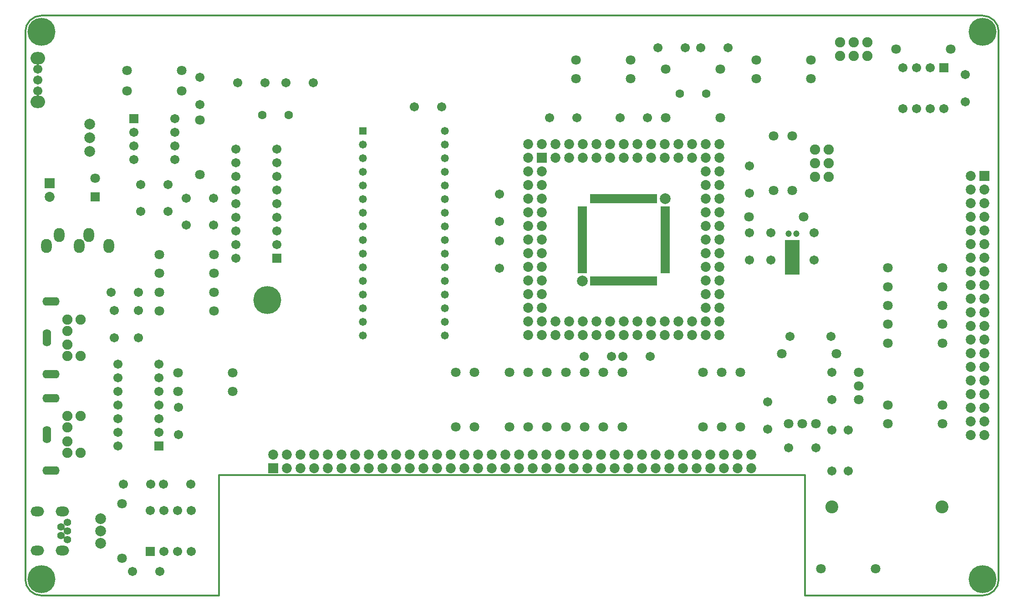
<source format=gts>
G04 Layer_Color=8388736*
%FSLAX44Y44*%
%MOMM*%
G71*
G01*
G75*
%ADD21C,0.3500*%
%ADD56R,2.7032X6.4032*%
%ADD57R,1.7032X0.5032*%
%ADD58R,0.5032X1.7032*%
%ADD59C,2.0000*%
%ADD60C,1.8032*%
%ADD61C,5.2032*%
%ADD62C,2.0032*%
%ADD63C,1.7032*%
%ADD64R,1.7032X1.7032*%
%ADD65C,1.7032*%
%ADD66C,2.4032*%
%ADD67C,1.2032*%
%ADD68C,1.9032*%
%ADD69C,1.6032*%
%ADD70R,1.4732X1.4732*%
%ADD71C,1.4732*%
%ADD72O,2.7032X2.3032*%
%ADD73C,1.4032*%
%ADD74O,2.5032X1.8032*%
%ADD75O,1.6032X3.2032*%
%ADD76O,3.2032X1.6032*%
%ADD77R,1.7032X1.7032*%
%ADD78R,1.8542X1.8542*%
%ADD79C,1.8542*%
%ADD80R,1.8542X1.8542*%
%ADD81O,2.0032X2.6032*%
%ADD82R,1.8032X1.8032*%
D21*
X30002Y-0D02*
G03*
X2Y-30000I0J-30000D01*
G01*
X1810000Y-30002D02*
G03*
X1780000Y-2I-30000J0D01*
G01*
X1779998Y-1080001D02*
G03*
X1809998Y-1050001I0J30000D01*
G01*
X0Y-1049999D02*
G03*
X30000Y-1079999I30000J0D01*
G01*
X30001Y0D02*
X1780000D01*
X1810000Y-1050001D02*
Y-30002D01*
X-0Y-1049999D02*
Y-30000D01*
X360000Y-1079999D02*
Y-855400D01*
X1450000D01*
Y-1080000D02*
Y-855400D01*
X30000Y-1079999D02*
X360000D01*
X1450001Y-1080001D02*
X1779998D01*
D56*
X1426499Y-450001D02*
D03*
D57*
X1035500Y-357500D02*
D03*
Y-362500D02*
D03*
Y-367500D02*
D03*
Y-372500D02*
D03*
Y-377500D02*
D03*
Y-382500D02*
D03*
Y-387500D02*
D03*
Y-392500D02*
D03*
Y-397500D02*
D03*
Y-402500D02*
D03*
Y-407500D02*
D03*
Y-412500D02*
D03*
Y-417500D02*
D03*
Y-422500D02*
D03*
Y-427500D02*
D03*
Y-432500D02*
D03*
Y-437500D02*
D03*
Y-442500D02*
D03*
Y-447500D02*
D03*
Y-452500D02*
D03*
Y-457500D02*
D03*
Y-462500D02*
D03*
Y-467500D02*
D03*
Y-472500D02*
D03*
Y-477500D02*
D03*
X1189500D02*
D03*
Y-472500D02*
D03*
Y-467500D02*
D03*
Y-462500D02*
D03*
Y-457500D02*
D03*
Y-452500D02*
D03*
Y-447500D02*
D03*
Y-442500D02*
D03*
Y-437500D02*
D03*
Y-432500D02*
D03*
Y-427500D02*
D03*
Y-422500D02*
D03*
Y-417500D02*
D03*
Y-412500D02*
D03*
Y-407500D02*
D03*
Y-402500D02*
D03*
Y-397500D02*
D03*
Y-392500D02*
D03*
Y-387500D02*
D03*
Y-382500D02*
D03*
Y-377500D02*
D03*
Y-372500D02*
D03*
Y-367500D02*
D03*
Y-362500D02*
D03*
Y-357500D02*
D03*
D58*
X1052500Y-494500D02*
D03*
X1057500D02*
D03*
X1062500D02*
D03*
X1067500D02*
D03*
X1072500D02*
D03*
X1077500D02*
D03*
X1082500D02*
D03*
X1087500D02*
D03*
X1092500D02*
D03*
X1097500D02*
D03*
X1102500D02*
D03*
X1107500D02*
D03*
X1112500D02*
D03*
X1117500D02*
D03*
X1122500D02*
D03*
X1127500D02*
D03*
X1132500D02*
D03*
X1137500D02*
D03*
X1142500D02*
D03*
X1147500D02*
D03*
X1152500D02*
D03*
X1157500D02*
D03*
X1162500D02*
D03*
X1167500D02*
D03*
X1172500D02*
D03*
Y-340500D02*
D03*
X1167500D02*
D03*
X1162500D02*
D03*
X1157500D02*
D03*
X1152500D02*
D03*
X1147500D02*
D03*
X1142500D02*
D03*
X1137500D02*
D03*
X1132500D02*
D03*
X1127500D02*
D03*
X1122500D02*
D03*
X1117500D02*
D03*
X1112500D02*
D03*
X1107500D02*
D03*
X1102500D02*
D03*
X1097500D02*
D03*
X1092500D02*
D03*
X1087500D02*
D03*
X1082500D02*
D03*
X1077500D02*
D03*
X1072500D02*
D03*
X1067500D02*
D03*
X1062500D02*
D03*
X1057500D02*
D03*
X1052500D02*
D03*
D59*
X1189500D02*
D03*
X1035500Y-494500D02*
D03*
D60*
X1024200Y-82500D02*
D03*
X1125800D02*
D03*
X1024200Y-117500D02*
D03*
X1125800D02*
D03*
X1460800D02*
D03*
X1359200D02*
D03*
X1460800Y-82500D02*
D03*
X1359200D02*
D03*
X290800Y-102500D02*
D03*
X189200D02*
D03*
X1720800Y-62500D02*
D03*
X1619200D02*
D03*
X1705800Y-610000D02*
D03*
X1604200D02*
D03*
Y-575000D02*
D03*
X1705800D02*
D03*
X1604200Y-540000D02*
D03*
X1705800D02*
D03*
X1604200Y-505000D02*
D03*
X1705800D02*
D03*
X1604200Y-470000D02*
D03*
X1705800D02*
D03*
X1604200Y-725000D02*
D03*
X1705800D02*
D03*
Y-760000D02*
D03*
X1604200D02*
D03*
X1550000Y-664600D02*
D03*
Y-690000D02*
D03*
Y-715400D02*
D03*
X1580800Y-1030000D02*
D03*
X1479200D02*
D03*
X1419600Y-760000D02*
D03*
X1445000D02*
D03*
X1470400D02*
D03*
X1330000Y-664200D02*
D03*
Y-765800D02*
D03*
X1295000D02*
D03*
Y-664200D02*
D03*
X1260000Y-765800D02*
D03*
Y-664200D02*
D03*
X1110000Y-765800D02*
D03*
Y-664200D02*
D03*
X1075000Y-765800D02*
D03*
Y-664200D02*
D03*
X1040000Y-765800D02*
D03*
Y-664200D02*
D03*
X1005000Y-765800D02*
D03*
Y-664200D02*
D03*
X970000D02*
D03*
Y-765800D02*
D03*
X935000Y-664200D02*
D03*
Y-765800D02*
D03*
X900000Y-664200D02*
D03*
Y-765800D02*
D03*
X835000Y-664200D02*
D03*
Y-765800D02*
D03*
X800000Y-664200D02*
D03*
Y-765800D02*
D03*
X1447299Y-375001D02*
D03*
X1345699D02*
D03*
X1426499Y-325801D02*
D03*
Y-224201D02*
D03*
X1391499Y-325801D02*
D03*
Y-224201D02*
D03*
X1292299Y-100001D02*
D03*
X1190699D02*
D03*
X1292299Y-190001D02*
D03*
X1190699D02*
D03*
X249200Y-445000D02*
D03*
X350800D02*
D03*
X249200Y-480000D02*
D03*
X350800D02*
D03*
X249200Y-515000D02*
D03*
X350800D02*
D03*
X249200Y-550000D02*
D03*
X350800D02*
D03*
X284200Y-665000D02*
D03*
X385800D02*
D03*
X284200Y-700000D02*
D03*
X385800D02*
D03*
X180000Y-1010800D02*
D03*
Y-909200D02*
D03*
X325000Y-194200D02*
D03*
Y-295800D02*
D03*
X290800Y-140000D02*
D03*
X189200D02*
D03*
X130000Y-302500D02*
D03*
X1406700Y-630000D02*
D03*
X1508300D02*
D03*
D61*
X450000Y-530000D02*
D03*
X1779999Y-1050001D02*
D03*
Y-30001D02*
D03*
X29999Y-1050001D02*
D03*
Y-30001D02*
D03*
D62*
X120000Y-227500D02*
D03*
Y-252900D02*
D03*
Y-202100D02*
D03*
X140000Y-982800D02*
D03*
Y-960000D02*
D03*
Y-937200D02*
D03*
D63*
X1346499Y-455401D02*
D03*
Y-404601D02*
D03*
X1747500Y-109600D02*
D03*
Y-160400D02*
D03*
X1631900Y-173100D02*
D03*
X1500000Y-715400D02*
D03*
Y-664600D02*
D03*
X1530000Y-771900D02*
D03*
Y-848100D02*
D03*
X1500000Y-771900D02*
D03*
Y-848100D02*
D03*
X1470400Y-805000D02*
D03*
X1419600D02*
D03*
X1380000Y-719600D02*
D03*
Y-770400D02*
D03*
X1466499Y-404601D02*
D03*
Y-455401D02*
D03*
X1386499Y-404601D02*
D03*
Y-455401D02*
D03*
X1346499Y-279601D02*
D03*
Y-330401D02*
D03*
X1090400Y-635000D02*
D03*
X1039600D02*
D03*
X1111099Y-635001D02*
D03*
X1161899D02*
D03*
X881499Y-332101D02*
D03*
Y-382901D02*
D03*
Y-419601D02*
D03*
Y-470401D02*
D03*
X1306899Y-60001D02*
D03*
X1256099D02*
D03*
X1176099D02*
D03*
X1226899D02*
D03*
X1106099Y-190001D02*
D03*
X1156899D02*
D03*
X1025400Y-190000D02*
D03*
X974600D02*
D03*
X774399Y-170001D02*
D03*
X723599D02*
D03*
X23500Y-100000D02*
D03*
Y-120000D02*
D03*
Y-140000D02*
D03*
X285000Y-780400D02*
D03*
Y-729600D02*
D03*
X199600Y-1035000D02*
D03*
X250400D02*
D03*
X308100Y-921900D02*
D03*
X257100Y-872500D02*
D03*
X307900D02*
D03*
X232900Y-872500D02*
D03*
X182100D02*
D03*
X210000Y-549600D02*
D03*
Y-600400D02*
D03*
X165000Y-549600D02*
D03*
Y-600400D02*
D03*
X159600Y-515000D02*
D03*
X210400D02*
D03*
X214600Y-315000D02*
D03*
X265400D02*
D03*
X214600Y-365000D02*
D03*
X265400D02*
D03*
X299600Y-390000D02*
D03*
X350400D02*
D03*
X299600Y-340000D02*
D03*
X350400D02*
D03*
X535400Y-125000D02*
D03*
X484600D02*
D03*
X394600D02*
D03*
X445400D02*
D03*
X325000Y-114600D02*
D03*
Y-165400D02*
D03*
X278100Y-268100D02*
D03*
X1421900Y-597500D02*
D03*
X1498100D02*
D03*
D64*
X1708100Y-96900D02*
D03*
X231900Y-998100D02*
D03*
D65*
X1682700Y-96900D02*
D03*
X1657300D02*
D03*
X1631900D02*
D03*
X1708100Y-173100D02*
D03*
X1682700D02*
D03*
X1657300D02*
D03*
X257300Y-998100D02*
D03*
X282700D02*
D03*
X308100D02*
D03*
X231900Y-921900D02*
D03*
X257300D02*
D03*
X282700D02*
D03*
X248100Y-775800D02*
D03*
Y-750400D02*
D03*
Y-725000D02*
D03*
Y-699600D02*
D03*
Y-674200D02*
D03*
Y-648800D02*
D03*
X171900Y-801200D02*
D03*
Y-775800D02*
D03*
Y-750400D02*
D03*
Y-725000D02*
D03*
Y-699600D02*
D03*
Y-674200D02*
D03*
Y-648800D02*
D03*
X468100Y-426200D02*
D03*
Y-400800D02*
D03*
Y-375400D02*
D03*
Y-350000D02*
D03*
Y-324600D02*
D03*
Y-299200D02*
D03*
Y-273800D02*
D03*
X391900Y-400800D02*
D03*
Y-375400D02*
D03*
Y-350000D02*
D03*
Y-324600D02*
D03*
Y-299200D02*
D03*
Y-273800D02*
D03*
Y-248400D02*
D03*
X468100D02*
D03*
X391900Y-426200D02*
D03*
Y-451600D02*
D03*
X201900Y-217300D02*
D03*
Y-242700D02*
D03*
Y-268100D02*
D03*
X278100Y-191900D02*
D03*
Y-217300D02*
D03*
Y-242700D02*
D03*
D66*
X1705000Y-915311D02*
D03*
X1500000D02*
D03*
D67*
X1419499Y-406501D02*
D03*
X1433499D02*
D03*
D68*
X1468799Y-249601D02*
D03*
Y-300401D02*
D03*
X1494199Y-249601D02*
D03*
Y-300401D02*
D03*
Y-275001D02*
D03*
X1468799D02*
D03*
X78000Y-613000D02*
D03*
Y-587000D02*
D03*
Y-634000D02*
D03*
Y-566000D02*
D03*
X103000Y-634000D02*
D03*
Y-566000D02*
D03*
X78000Y-793000D02*
D03*
Y-767000D02*
D03*
Y-814000D02*
D03*
Y-746000D02*
D03*
X103000Y-814000D02*
D03*
Y-746000D02*
D03*
X1540000Y-75200D02*
D03*
Y-49800D02*
D03*
X1565400D02*
D03*
X1514600D02*
D03*
X1565400Y-75200D02*
D03*
X1514600D02*
D03*
D69*
X1265899Y-145001D02*
D03*
X1217099D02*
D03*
X440600Y-185000D02*
D03*
X489400D02*
D03*
D70*
X627799Y-214501D02*
D03*
D71*
Y-239901D02*
D03*
Y-265301D02*
D03*
Y-290701D02*
D03*
Y-316101D02*
D03*
Y-341501D02*
D03*
Y-366901D02*
D03*
Y-392301D02*
D03*
Y-417701D02*
D03*
Y-443101D02*
D03*
Y-468501D02*
D03*
Y-493901D02*
D03*
Y-519301D02*
D03*
Y-544701D02*
D03*
Y-570101D02*
D03*
Y-595501D02*
D03*
X780199Y-214501D02*
D03*
Y-239901D02*
D03*
Y-265301D02*
D03*
Y-290701D02*
D03*
Y-316101D02*
D03*
Y-341501D02*
D03*
Y-366901D02*
D03*
Y-392301D02*
D03*
Y-417701D02*
D03*
Y-443101D02*
D03*
Y-468501D02*
D03*
Y-493901D02*
D03*
Y-519301D02*
D03*
Y-544701D02*
D03*
Y-570101D02*
D03*
Y-595501D02*
D03*
D72*
X23500Y-161000D02*
D03*
Y-79000D02*
D03*
D73*
X78000Y-976000D02*
D03*
X66000Y-968000D02*
D03*
X78000Y-960000D02*
D03*
X66000Y-952000D02*
D03*
X78000Y-944000D02*
D03*
D74*
X69000Y-996500D02*
D03*
Y-923500D02*
D03*
X22500Y-996500D02*
D03*
X22500Y-923500D02*
D03*
D75*
X40000Y-600000D02*
D03*
Y-780000D02*
D03*
D76*
X48000Y-667500D02*
D03*
Y-532500D02*
D03*
Y-847500D02*
D03*
Y-712500D02*
D03*
D77*
X248100Y-801200D02*
D03*
X468100Y-451600D02*
D03*
X201900Y-191900D02*
D03*
D78*
X45000Y-312300D02*
D03*
X1782999Y-298701D02*
D03*
D79*
X45000Y-337700D02*
D03*
X1349500Y-842700D02*
D03*
Y-817300D02*
D03*
X1247900Y-842700D02*
D03*
Y-817300D02*
D03*
X1273300Y-842700D02*
D03*
Y-817300D02*
D03*
X1298700Y-842700D02*
D03*
Y-817300D02*
D03*
X1324100Y-842700D02*
D03*
Y-817300D02*
D03*
X1222500Y-842700D02*
D03*
Y-817300D02*
D03*
X1095500Y-842700D02*
D03*
Y-817300D02*
D03*
X1120900Y-842700D02*
D03*
Y-817300D02*
D03*
X1146300Y-842700D02*
D03*
Y-817300D02*
D03*
X1171700Y-842700D02*
D03*
Y-817300D02*
D03*
X1197100Y-842700D02*
D03*
Y-817300D02*
D03*
X460500D02*
D03*
X485900Y-842700D02*
D03*
Y-817300D02*
D03*
X511300Y-842700D02*
D03*
Y-817300D02*
D03*
X536700Y-842700D02*
D03*
Y-817300D02*
D03*
X562100Y-842700D02*
D03*
Y-817300D02*
D03*
X587500Y-842700D02*
D03*
Y-817300D02*
D03*
X612900Y-842700D02*
D03*
Y-817300D02*
D03*
X638300Y-842700D02*
D03*
Y-817300D02*
D03*
X663700Y-842700D02*
D03*
Y-817300D02*
D03*
X689100Y-842700D02*
D03*
Y-817300D02*
D03*
X714500Y-842700D02*
D03*
Y-817300D02*
D03*
X739900Y-842700D02*
D03*
Y-817300D02*
D03*
X765300Y-842700D02*
D03*
Y-817300D02*
D03*
X790700Y-842700D02*
D03*
Y-817300D02*
D03*
X816100Y-842700D02*
D03*
Y-817300D02*
D03*
X841500Y-842700D02*
D03*
Y-817300D02*
D03*
X866900Y-842700D02*
D03*
Y-817300D02*
D03*
X892300Y-842700D02*
D03*
Y-817300D02*
D03*
X917700Y-842700D02*
D03*
Y-817300D02*
D03*
X943100Y-842700D02*
D03*
Y-817300D02*
D03*
X968500Y-842700D02*
D03*
Y-817300D02*
D03*
X993900Y-842700D02*
D03*
Y-817300D02*
D03*
X1019300Y-842700D02*
D03*
Y-817300D02*
D03*
X1044700Y-842700D02*
D03*
Y-817300D02*
D03*
X1070100Y-842700D02*
D03*
Y-817300D02*
D03*
X1290300Y-595300D02*
D03*
Y-569900D02*
D03*
Y-544500D02*
D03*
Y-519100D02*
D03*
Y-493700D02*
D03*
Y-468300D02*
D03*
Y-442900D02*
D03*
Y-417500D02*
D03*
Y-392100D02*
D03*
Y-366700D02*
D03*
Y-341300D02*
D03*
Y-315900D02*
D03*
Y-290500D02*
D03*
Y-265100D02*
D03*
Y-239700D02*
D03*
X1264900Y-595300D02*
D03*
Y-544500D02*
D03*
Y-519100D02*
D03*
Y-493700D02*
D03*
Y-468300D02*
D03*
Y-442900D02*
D03*
Y-417500D02*
D03*
Y-392100D02*
D03*
Y-366700D02*
D03*
Y-341300D02*
D03*
Y-315900D02*
D03*
Y-290500D02*
D03*
Y-239700D02*
D03*
X1239500Y-595300D02*
D03*
Y-569900D02*
D03*
Y-265100D02*
D03*
Y-239700D02*
D03*
X1214100Y-595300D02*
D03*
Y-569900D02*
D03*
Y-265100D02*
D03*
Y-239700D02*
D03*
X1188700Y-595300D02*
D03*
Y-569900D02*
D03*
Y-265100D02*
D03*
Y-239700D02*
D03*
X1163300Y-595300D02*
D03*
Y-569900D02*
D03*
Y-265100D02*
D03*
Y-239700D02*
D03*
X1137900Y-595300D02*
D03*
Y-569900D02*
D03*
Y-265100D02*
D03*
Y-239700D02*
D03*
X1112500Y-595300D02*
D03*
Y-569900D02*
D03*
Y-265100D02*
D03*
Y-239700D02*
D03*
X1087100Y-595300D02*
D03*
Y-569900D02*
D03*
Y-265100D02*
D03*
Y-239700D02*
D03*
X1061700Y-595300D02*
D03*
Y-569900D02*
D03*
Y-265100D02*
D03*
Y-239700D02*
D03*
X1036300Y-595300D02*
D03*
Y-569900D02*
D03*
Y-265100D02*
D03*
Y-239700D02*
D03*
X1010900Y-595300D02*
D03*
Y-569900D02*
D03*
Y-265100D02*
D03*
Y-239700D02*
D03*
X985500Y-595300D02*
D03*
Y-569900D02*
D03*
Y-265100D02*
D03*
Y-239700D02*
D03*
X960100Y-595300D02*
D03*
Y-544500D02*
D03*
Y-519100D02*
D03*
Y-493700D02*
D03*
Y-468300D02*
D03*
Y-442900D02*
D03*
Y-417500D02*
D03*
Y-392100D02*
D03*
Y-366700D02*
D03*
Y-341300D02*
D03*
Y-315900D02*
D03*
Y-290500D02*
D03*
Y-239700D02*
D03*
X934700Y-595300D02*
D03*
Y-569900D02*
D03*
Y-544500D02*
D03*
Y-519100D02*
D03*
Y-493700D02*
D03*
Y-468300D02*
D03*
Y-442900D02*
D03*
Y-417500D02*
D03*
Y-392100D02*
D03*
Y-366700D02*
D03*
Y-341300D02*
D03*
Y-315900D02*
D03*
Y-290500D02*
D03*
Y-265100D02*
D03*
Y-239700D02*
D03*
X960100Y-569900D02*
D03*
X1264900D02*
D03*
Y-265100D02*
D03*
X1757599Y-298701D02*
D03*
X1782999Y-324101D02*
D03*
X1757599D02*
D03*
X1782999Y-349501D02*
D03*
X1757599D02*
D03*
X1782999Y-374901D02*
D03*
X1757599Y-374901D02*
D03*
X1782999Y-400301D02*
D03*
X1757599D02*
D03*
X1782999Y-425701D02*
D03*
X1757599D02*
D03*
X1782999Y-451101D02*
D03*
X1757599D02*
D03*
X1782999Y-476501D02*
D03*
X1757599D02*
D03*
X1782999Y-501901D02*
D03*
X1757599Y-501901D02*
D03*
X1782999Y-527301D02*
D03*
X1757599D02*
D03*
X1782999Y-552701D02*
D03*
X1757599D02*
D03*
X1782999Y-578101D02*
D03*
X1757599D02*
D03*
X1782999Y-603501D02*
D03*
X1757599Y-603501D02*
D03*
X1782999Y-628901D02*
D03*
X1757599Y-628901D02*
D03*
X1782999Y-654301D02*
D03*
X1757599D02*
D03*
X1782999Y-679701D02*
D03*
X1757599D02*
D03*
X1782999Y-705101D02*
D03*
X1757599D02*
D03*
X1782999Y-730501D02*
D03*
X1757599D02*
D03*
X1782999Y-755901D02*
D03*
X1757599D02*
D03*
X1782999Y-781301D02*
D03*
X1757599D02*
D03*
D80*
X460500Y-842700D02*
D03*
X960100Y-265100D02*
D03*
D81*
X39000Y-429000D02*
D03*
X63000Y-409000D02*
D03*
X100000Y-429000D02*
D03*
X118000Y-409000D02*
D03*
X155000Y-429000D02*
D03*
D82*
X130000Y-337500D02*
D03*
M02*

</source>
